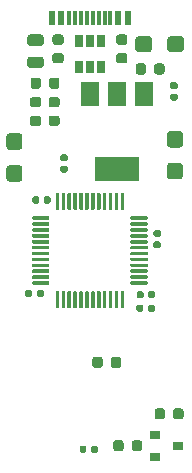
<source format=gbr>
%TF.GenerationSoftware,KiCad,Pcbnew,(5.1.6)-1*%
%TF.CreationDate,2021-08-28T00:22:51-07:00*%
%TF.ProjectId,Rocketboard-Engine,526f636b-6574-4626-9f61-72642d456e67,1.0*%
%TF.SameCoordinates,Original*%
%TF.FileFunction,Paste,Top*%
%TF.FilePolarity,Positive*%
%FSLAX46Y46*%
G04 Gerber Fmt 4.6, Leading zero omitted, Abs format (unit mm)*
G04 Created by KiCad (PCBNEW (5.1.6)-1) date 2021-08-28 00:22:51*
%MOMM*%
%LPD*%
G01*
G04 APERTURE LIST*
%ADD10R,1.500000X2.000000*%
%ADD11R,3.800000X2.000000*%
%ADD12R,0.650000X1.060000*%
%ADD13R,0.900000X0.800000*%
%ADD14R,0.600000X1.160000*%
%ADD15R,0.300000X1.160000*%
G04 APERTURE END LIST*
%TO.C,IC1*%
G36*
G01*
X137500000Y-101875000D02*
X137500000Y-103200000D01*
G75*
G02*
X137425000Y-103275000I-75000J0D01*
G01*
X137275000Y-103275000D01*
G75*
G02*
X137200000Y-103200000I0J75000D01*
G01*
X137200000Y-101875000D01*
G75*
G02*
X137275000Y-101800000I75000J0D01*
G01*
X137425000Y-101800000D01*
G75*
G02*
X137500000Y-101875000I0J-75000D01*
G01*
G37*
G36*
G01*
X137000000Y-101875000D02*
X137000000Y-103200000D01*
G75*
G02*
X136925000Y-103275000I-75000J0D01*
G01*
X136775000Y-103275000D01*
G75*
G02*
X136700000Y-103200000I0J75000D01*
G01*
X136700000Y-101875000D01*
G75*
G02*
X136775000Y-101800000I75000J0D01*
G01*
X136925000Y-101800000D01*
G75*
G02*
X137000000Y-101875000I0J-75000D01*
G01*
G37*
G36*
G01*
X136500000Y-101875000D02*
X136500000Y-103200000D01*
G75*
G02*
X136425000Y-103275000I-75000J0D01*
G01*
X136275000Y-103275000D01*
G75*
G02*
X136200000Y-103200000I0J75000D01*
G01*
X136200000Y-101875000D01*
G75*
G02*
X136275000Y-101800000I75000J0D01*
G01*
X136425000Y-101800000D01*
G75*
G02*
X136500000Y-101875000I0J-75000D01*
G01*
G37*
G36*
G01*
X136000000Y-101875000D02*
X136000000Y-103200000D01*
G75*
G02*
X135925000Y-103275000I-75000J0D01*
G01*
X135775000Y-103275000D01*
G75*
G02*
X135700000Y-103200000I0J75000D01*
G01*
X135700000Y-101875000D01*
G75*
G02*
X135775000Y-101800000I75000J0D01*
G01*
X135925000Y-101800000D01*
G75*
G02*
X136000000Y-101875000I0J-75000D01*
G01*
G37*
G36*
G01*
X135500000Y-101875000D02*
X135500000Y-103200000D01*
G75*
G02*
X135425000Y-103275000I-75000J0D01*
G01*
X135275000Y-103275000D01*
G75*
G02*
X135200000Y-103200000I0J75000D01*
G01*
X135200000Y-101875000D01*
G75*
G02*
X135275000Y-101800000I75000J0D01*
G01*
X135425000Y-101800000D01*
G75*
G02*
X135500000Y-101875000I0J-75000D01*
G01*
G37*
G36*
G01*
X135000000Y-101875000D02*
X135000000Y-103200000D01*
G75*
G02*
X134925000Y-103275000I-75000J0D01*
G01*
X134775000Y-103275000D01*
G75*
G02*
X134700000Y-103200000I0J75000D01*
G01*
X134700000Y-101875000D01*
G75*
G02*
X134775000Y-101800000I75000J0D01*
G01*
X134925000Y-101800000D01*
G75*
G02*
X135000000Y-101875000I0J-75000D01*
G01*
G37*
G36*
G01*
X134500000Y-101875000D02*
X134500000Y-103200000D01*
G75*
G02*
X134425000Y-103275000I-75000J0D01*
G01*
X134275000Y-103275000D01*
G75*
G02*
X134200000Y-103200000I0J75000D01*
G01*
X134200000Y-101875000D01*
G75*
G02*
X134275000Y-101800000I75000J0D01*
G01*
X134425000Y-101800000D01*
G75*
G02*
X134500000Y-101875000I0J-75000D01*
G01*
G37*
G36*
G01*
X134000000Y-101875000D02*
X134000000Y-103200000D01*
G75*
G02*
X133925000Y-103275000I-75000J0D01*
G01*
X133775000Y-103275000D01*
G75*
G02*
X133700000Y-103200000I0J75000D01*
G01*
X133700000Y-101875000D01*
G75*
G02*
X133775000Y-101800000I75000J0D01*
G01*
X133925000Y-101800000D01*
G75*
G02*
X134000000Y-101875000I0J-75000D01*
G01*
G37*
G36*
G01*
X133500000Y-101875000D02*
X133500000Y-103200000D01*
G75*
G02*
X133425000Y-103275000I-75000J0D01*
G01*
X133275000Y-103275000D01*
G75*
G02*
X133200000Y-103200000I0J75000D01*
G01*
X133200000Y-101875000D01*
G75*
G02*
X133275000Y-101800000I75000J0D01*
G01*
X133425000Y-101800000D01*
G75*
G02*
X133500000Y-101875000I0J-75000D01*
G01*
G37*
G36*
G01*
X133000000Y-101875000D02*
X133000000Y-103200000D01*
G75*
G02*
X132925000Y-103275000I-75000J0D01*
G01*
X132775000Y-103275000D01*
G75*
G02*
X132700000Y-103200000I0J75000D01*
G01*
X132700000Y-101875000D01*
G75*
G02*
X132775000Y-101800000I75000J0D01*
G01*
X132925000Y-101800000D01*
G75*
G02*
X133000000Y-101875000I0J-75000D01*
G01*
G37*
G36*
G01*
X132500000Y-101875000D02*
X132500000Y-103200000D01*
G75*
G02*
X132425000Y-103275000I-75000J0D01*
G01*
X132275000Y-103275000D01*
G75*
G02*
X132200000Y-103200000I0J75000D01*
G01*
X132200000Y-101875000D01*
G75*
G02*
X132275000Y-101800000I75000J0D01*
G01*
X132425000Y-101800000D01*
G75*
G02*
X132500000Y-101875000I0J-75000D01*
G01*
G37*
G36*
G01*
X132000000Y-101875000D02*
X132000000Y-103200000D01*
G75*
G02*
X131925000Y-103275000I-75000J0D01*
G01*
X131775000Y-103275000D01*
G75*
G02*
X131700000Y-103200000I0J75000D01*
G01*
X131700000Y-101875000D01*
G75*
G02*
X131775000Y-101800000I75000J0D01*
G01*
X131925000Y-101800000D01*
G75*
G02*
X132000000Y-101875000I0J-75000D01*
G01*
G37*
G36*
G01*
X131175000Y-101050000D02*
X131175000Y-101200000D01*
G75*
G02*
X131100000Y-101275000I-75000J0D01*
G01*
X129775000Y-101275000D01*
G75*
G02*
X129700000Y-101200000I0J75000D01*
G01*
X129700000Y-101050000D01*
G75*
G02*
X129775000Y-100975000I75000J0D01*
G01*
X131100000Y-100975000D01*
G75*
G02*
X131175000Y-101050000I0J-75000D01*
G01*
G37*
G36*
G01*
X131175000Y-100550000D02*
X131175000Y-100700000D01*
G75*
G02*
X131100000Y-100775000I-75000J0D01*
G01*
X129775000Y-100775000D01*
G75*
G02*
X129700000Y-100700000I0J75000D01*
G01*
X129700000Y-100550000D01*
G75*
G02*
X129775000Y-100475000I75000J0D01*
G01*
X131100000Y-100475000D01*
G75*
G02*
X131175000Y-100550000I0J-75000D01*
G01*
G37*
G36*
G01*
X131175000Y-100050000D02*
X131175000Y-100200000D01*
G75*
G02*
X131100000Y-100275000I-75000J0D01*
G01*
X129775000Y-100275000D01*
G75*
G02*
X129700000Y-100200000I0J75000D01*
G01*
X129700000Y-100050000D01*
G75*
G02*
X129775000Y-99975000I75000J0D01*
G01*
X131100000Y-99975000D01*
G75*
G02*
X131175000Y-100050000I0J-75000D01*
G01*
G37*
G36*
G01*
X131175000Y-99550000D02*
X131175000Y-99700000D01*
G75*
G02*
X131100000Y-99775000I-75000J0D01*
G01*
X129775000Y-99775000D01*
G75*
G02*
X129700000Y-99700000I0J75000D01*
G01*
X129700000Y-99550000D01*
G75*
G02*
X129775000Y-99475000I75000J0D01*
G01*
X131100000Y-99475000D01*
G75*
G02*
X131175000Y-99550000I0J-75000D01*
G01*
G37*
G36*
G01*
X131175000Y-99050000D02*
X131175000Y-99200000D01*
G75*
G02*
X131100000Y-99275000I-75000J0D01*
G01*
X129775000Y-99275000D01*
G75*
G02*
X129700000Y-99200000I0J75000D01*
G01*
X129700000Y-99050000D01*
G75*
G02*
X129775000Y-98975000I75000J0D01*
G01*
X131100000Y-98975000D01*
G75*
G02*
X131175000Y-99050000I0J-75000D01*
G01*
G37*
G36*
G01*
X131175000Y-98550000D02*
X131175000Y-98700000D01*
G75*
G02*
X131100000Y-98775000I-75000J0D01*
G01*
X129775000Y-98775000D01*
G75*
G02*
X129700000Y-98700000I0J75000D01*
G01*
X129700000Y-98550000D01*
G75*
G02*
X129775000Y-98475000I75000J0D01*
G01*
X131100000Y-98475000D01*
G75*
G02*
X131175000Y-98550000I0J-75000D01*
G01*
G37*
G36*
G01*
X131175000Y-98050000D02*
X131175000Y-98200000D01*
G75*
G02*
X131100000Y-98275000I-75000J0D01*
G01*
X129775000Y-98275000D01*
G75*
G02*
X129700000Y-98200000I0J75000D01*
G01*
X129700000Y-98050000D01*
G75*
G02*
X129775000Y-97975000I75000J0D01*
G01*
X131100000Y-97975000D01*
G75*
G02*
X131175000Y-98050000I0J-75000D01*
G01*
G37*
G36*
G01*
X131175000Y-97550000D02*
X131175000Y-97700000D01*
G75*
G02*
X131100000Y-97775000I-75000J0D01*
G01*
X129775000Y-97775000D01*
G75*
G02*
X129700000Y-97700000I0J75000D01*
G01*
X129700000Y-97550000D01*
G75*
G02*
X129775000Y-97475000I75000J0D01*
G01*
X131100000Y-97475000D01*
G75*
G02*
X131175000Y-97550000I0J-75000D01*
G01*
G37*
G36*
G01*
X131175000Y-97050000D02*
X131175000Y-97200000D01*
G75*
G02*
X131100000Y-97275000I-75000J0D01*
G01*
X129775000Y-97275000D01*
G75*
G02*
X129700000Y-97200000I0J75000D01*
G01*
X129700000Y-97050000D01*
G75*
G02*
X129775000Y-96975000I75000J0D01*
G01*
X131100000Y-96975000D01*
G75*
G02*
X131175000Y-97050000I0J-75000D01*
G01*
G37*
G36*
G01*
X131175000Y-96550000D02*
X131175000Y-96700000D01*
G75*
G02*
X131100000Y-96775000I-75000J0D01*
G01*
X129775000Y-96775000D01*
G75*
G02*
X129700000Y-96700000I0J75000D01*
G01*
X129700000Y-96550000D01*
G75*
G02*
X129775000Y-96475000I75000J0D01*
G01*
X131100000Y-96475000D01*
G75*
G02*
X131175000Y-96550000I0J-75000D01*
G01*
G37*
G36*
G01*
X131175000Y-96050000D02*
X131175000Y-96200000D01*
G75*
G02*
X131100000Y-96275000I-75000J0D01*
G01*
X129775000Y-96275000D01*
G75*
G02*
X129700000Y-96200000I0J75000D01*
G01*
X129700000Y-96050000D01*
G75*
G02*
X129775000Y-95975000I75000J0D01*
G01*
X131100000Y-95975000D01*
G75*
G02*
X131175000Y-96050000I0J-75000D01*
G01*
G37*
G36*
G01*
X131175000Y-95550000D02*
X131175000Y-95700000D01*
G75*
G02*
X131100000Y-95775000I-75000J0D01*
G01*
X129775000Y-95775000D01*
G75*
G02*
X129700000Y-95700000I0J75000D01*
G01*
X129700000Y-95550000D01*
G75*
G02*
X129775000Y-95475000I75000J0D01*
G01*
X131100000Y-95475000D01*
G75*
G02*
X131175000Y-95550000I0J-75000D01*
G01*
G37*
G36*
G01*
X132000000Y-93550000D02*
X132000000Y-94875000D01*
G75*
G02*
X131925000Y-94950000I-75000J0D01*
G01*
X131775000Y-94950000D01*
G75*
G02*
X131700000Y-94875000I0J75000D01*
G01*
X131700000Y-93550000D01*
G75*
G02*
X131775000Y-93475000I75000J0D01*
G01*
X131925000Y-93475000D01*
G75*
G02*
X132000000Y-93550000I0J-75000D01*
G01*
G37*
G36*
G01*
X132500000Y-93550000D02*
X132500000Y-94875000D01*
G75*
G02*
X132425000Y-94950000I-75000J0D01*
G01*
X132275000Y-94950000D01*
G75*
G02*
X132200000Y-94875000I0J75000D01*
G01*
X132200000Y-93550000D01*
G75*
G02*
X132275000Y-93475000I75000J0D01*
G01*
X132425000Y-93475000D01*
G75*
G02*
X132500000Y-93550000I0J-75000D01*
G01*
G37*
G36*
G01*
X133000000Y-93550000D02*
X133000000Y-94875000D01*
G75*
G02*
X132925000Y-94950000I-75000J0D01*
G01*
X132775000Y-94950000D01*
G75*
G02*
X132700000Y-94875000I0J75000D01*
G01*
X132700000Y-93550000D01*
G75*
G02*
X132775000Y-93475000I75000J0D01*
G01*
X132925000Y-93475000D01*
G75*
G02*
X133000000Y-93550000I0J-75000D01*
G01*
G37*
G36*
G01*
X133500000Y-93550000D02*
X133500000Y-94875000D01*
G75*
G02*
X133425000Y-94950000I-75000J0D01*
G01*
X133275000Y-94950000D01*
G75*
G02*
X133200000Y-94875000I0J75000D01*
G01*
X133200000Y-93550000D01*
G75*
G02*
X133275000Y-93475000I75000J0D01*
G01*
X133425000Y-93475000D01*
G75*
G02*
X133500000Y-93550000I0J-75000D01*
G01*
G37*
G36*
G01*
X134000000Y-93550000D02*
X134000000Y-94875000D01*
G75*
G02*
X133925000Y-94950000I-75000J0D01*
G01*
X133775000Y-94950000D01*
G75*
G02*
X133700000Y-94875000I0J75000D01*
G01*
X133700000Y-93550000D01*
G75*
G02*
X133775000Y-93475000I75000J0D01*
G01*
X133925000Y-93475000D01*
G75*
G02*
X134000000Y-93550000I0J-75000D01*
G01*
G37*
G36*
G01*
X134500000Y-93550000D02*
X134500000Y-94875000D01*
G75*
G02*
X134425000Y-94950000I-75000J0D01*
G01*
X134275000Y-94950000D01*
G75*
G02*
X134200000Y-94875000I0J75000D01*
G01*
X134200000Y-93550000D01*
G75*
G02*
X134275000Y-93475000I75000J0D01*
G01*
X134425000Y-93475000D01*
G75*
G02*
X134500000Y-93550000I0J-75000D01*
G01*
G37*
G36*
G01*
X135000000Y-93550000D02*
X135000000Y-94875000D01*
G75*
G02*
X134925000Y-94950000I-75000J0D01*
G01*
X134775000Y-94950000D01*
G75*
G02*
X134700000Y-94875000I0J75000D01*
G01*
X134700000Y-93550000D01*
G75*
G02*
X134775000Y-93475000I75000J0D01*
G01*
X134925000Y-93475000D01*
G75*
G02*
X135000000Y-93550000I0J-75000D01*
G01*
G37*
G36*
G01*
X135500000Y-93550000D02*
X135500000Y-94875000D01*
G75*
G02*
X135425000Y-94950000I-75000J0D01*
G01*
X135275000Y-94950000D01*
G75*
G02*
X135200000Y-94875000I0J75000D01*
G01*
X135200000Y-93550000D01*
G75*
G02*
X135275000Y-93475000I75000J0D01*
G01*
X135425000Y-93475000D01*
G75*
G02*
X135500000Y-93550000I0J-75000D01*
G01*
G37*
G36*
G01*
X136000000Y-93550000D02*
X136000000Y-94875000D01*
G75*
G02*
X135925000Y-94950000I-75000J0D01*
G01*
X135775000Y-94950000D01*
G75*
G02*
X135700000Y-94875000I0J75000D01*
G01*
X135700000Y-93550000D01*
G75*
G02*
X135775000Y-93475000I75000J0D01*
G01*
X135925000Y-93475000D01*
G75*
G02*
X136000000Y-93550000I0J-75000D01*
G01*
G37*
G36*
G01*
X136500000Y-93550000D02*
X136500000Y-94875000D01*
G75*
G02*
X136425000Y-94950000I-75000J0D01*
G01*
X136275000Y-94950000D01*
G75*
G02*
X136200000Y-94875000I0J75000D01*
G01*
X136200000Y-93550000D01*
G75*
G02*
X136275000Y-93475000I75000J0D01*
G01*
X136425000Y-93475000D01*
G75*
G02*
X136500000Y-93550000I0J-75000D01*
G01*
G37*
G36*
G01*
X137000000Y-93550000D02*
X137000000Y-94875000D01*
G75*
G02*
X136925000Y-94950000I-75000J0D01*
G01*
X136775000Y-94950000D01*
G75*
G02*
X136700000Y-94875000I0J75000D01*
G01*
X136700000Y-93550000D01*
G75*
G02*
X136775000Y-93475000I75000J0D01*
G01*
X136925000Y-93475000D01*
G75*
G02*
X137000000Y-93550000I0J-75000D01*
G01*
G37*
G36*
G01*
X137500000Y-93550000D02*
X137500000Y-94875000D01*
G75*
G02*
X137425000Y-94950000I-75000J0D01*
G01*
X137275000Y-94950000D01*
G75*
G02*
X137200000Y-94875000I0J75000D01*
G01*
X137200000Y-93550000D01*
G75*
G02*
X137275000Y-93475000I75000J0D01*
G01*
X137425000Y-93475000D01*
G75*
G02*
X137500000Y-93550000I0J-75000D01*
G01*
G37*
G36*
G01*
X139500000Y-95550000D02*
X139500000Y-95700000D01*
G75*
G02*
X139425000Y-95775000I-75000J0D01*
G01*
X138100000Y-95775000D01*
G75*
G02*
X138025000Y-95700000I0J75000D01*
G01*
X138025000Y-95550000D01*
G75*
G02*
X138100000Y-95475000I75000J0D01*
G01*
X139425000Y-95475000D01*
G75*
G02*
X139500000Y-95550000I0J-75000D01*
G01*
G37*
G36*
G01*
X139500000Y-96050000D02*
X139500000Y-96200000D01*
G75*
G02*
X139425000Y-96275000I-75000J0D01*
G01*
X138100000Y-96275000D01*
G75*
G02*
X138025000Y-96200000I0J75000D01*
G01*
X138025000Y-96050000D01*
G75*
G02*
X138100000Y-95975000I75000J0D01*
G01*
X139425000Y-95975000D01*
G75*
G02*
X139500000Y-96050000I0J-75000D01*
G01*
G37*
G36*
G01*
X139500000Y-96550000D02*
X139500000Y-96700000D01*
G75*
G02*
X139425000Y-96775000I-75000J0D01*
G01*
X138100000Y-96775000D01*
G75*
G02*
X138025000Y-96700000I0J75000D01*
G01*
X138025000Y-96550000D01*
G75*
G02*
X138100000Y-96475000I75000J0D01*
G01*
X139425000Y-96475000D01*
G75*
G02*
X139500000Y-96550000I0J-75000D01*
G01*
G37*
G36*
G01*
X139500000Y-97050000D02*
X139500000Y-97200000D01*
G75*
G02*
X139425000Y-97275000I-75000J0D01*
G01*
X138100000Y-97275000D01*
G75*
G02*
X138025000Y-97200000I0J75000D01*
G01*
X138025000Y-97050000D01*
G75*
G02*
X138100000Y-96975000I75000J0D01*
G01*
X139425000Y-96975000D01*
G75*
G02*
X139500000Y-97050000I0J-75000D01*
G01*
G37*
G36*
G01*
X139500000Y-97550000D02*
X139500000Y-97700000D01*
G75*
G02*
X139425000Y-97775000I-75000J0D01*
G01*
X138100000Y-97775000D01*
G75*
G02*
X138025000Y-97700000I0J75000D01*
G01*
X138025000Y-97550000D01*
G75*
G02*
X138100000Y-97475000I75000J0D01*
G01*
X139425000Y-97475000D01*
G75*
G02*
X139500000Y-97550000I0J-75000D01*
G01*
G37*
G36*
G01*
X139500000Y-98050000D02*
X139500000Y-98200000D01*
G75*
G02*
X139425000Y-98275000I-75000J0D01*
G01*
X138100000Y-98275000D01*
G75*
G02*
X138025000Y-98200000I0J75000D01*
G01*
X138025000Y-98050000D01*
G75*
G02*
X138100000Y-97975000I75000J0D01*
G01*
X139425000Y-97975000D01*
G75*
G02*
X139500000Y-98050000I0J-75000D01*
G01*
G37*
G36*
G01*
X139500000Y-98550000D02*
X139500000Y-98700000D01*
G75*
G02*
X139425000Y-98775000I-75000J0D01*
G01*
X138100000Y-98775000D01*
G75*
G02*
X138025000Y-98700000I0J75000D01*
G01*
X138025000Y-98550000D01*
G75*
G02*
X138100000Y-98475000I75000J0D01*
G01*
X139425000Y-98475000D01*
G75*
G02*
X139500000Y-98550000I0J-75000D01*
G01*
G37*
G36*
G01*
X139500000Y-99050000D02*
X139500000Y-99200000D01*
G75*
G02*
X139425000Y-99275000I-75000J0D01*
G01*
X138100000Y-99275000D01*
G75*
G02*
X138025000Y-99200000I0J75000D01*
G01*
X138025000Y-99050000D01*
G75*
G02*
X138100000Y-98975000I75000J0D01*
G01*
X139425000Y-98975000D01*
G75*
G02*
X139500000Y-99050000I0J-75000D01*
G01*
G37*
G36*
G01*
X139500000Y-99550000D02*
X139500000Y-99700000D01*
G75*
G02*
X139425000Y-99775000I-75000J0D01*
G01*
X138100000Y-99775000D01*
G75*
G02*
X138025000Y-99700000I0J75000D01*
G01*
X138025000Y-99550000D01*
G75*
G02*
X138100000Y-99475000I75000J0D01*
G01*
X139425000Y-99475000D01*
G75*
G02*
X139500000Y-99550000I0J-75000D01*
G01*
G37*
G36*
G01*
X139500000Y-100050000D02*
X139500000Y-100200000D01*
G75*
G02*
X139425000Y-100275000I-75000J0D01*
G01*
X138100000Y-100275000D01*
G75*
G02*
X138025000Y-100200000I0J75000D01*
G01*
X138025000Y-100050000D01*
G75*
G02*
X138100000Y-99975000I75000J0D01*
G01*
X139425000Y-99975000D01*
G75*
G02*
X139500000Y-100050000I0J-75000D01*
G01*
G37*
G36*
G01*
X139500000Y-100550000D02*
X139500000Y-100700000D01*
G75*
G02*
X139425000Y-100775000I-75000J0D01*
G01*
X138100000Y-100775000D01*
G75*
G02*
X138025000Y-100700000I0J75000D01*
G01*
X138025000Y-100550000D01*
G75*
G02*
X138100000Y-100475000I75000J0D01*
G01*
X139425000Y-100475000D01*
G75*
G02*
X139500000Y-100550000I0J-75000D01*
G01*
G37*
G36*
G01*
X139500000Y-101050000D02*
X139500000Y-101200000D01*
G75*
G02*
X139425000Y-101275000I-75000J0D01*
G01*
X138100000Y-101275000D01*
G75*
G02*
X138025000Y-101200000I0J75000D01*
G01*
X138025000Y-101050000D01*
G75*
G02*
X138100000Y-100975000I75000J0D01*
G01*
X139425000Y-100975000D01*
G75*
G02*
X139500000Y-101050000I0J-75000D01*
G01*
G37*
%TD*%
D10*
%TO.C,U2*%
X139200000Y-85150000D03*
X134600000Y-85150000D03*
X136900000Y-85150000D03*
D11*
X136900000Y-91450000D03*
%TD*%
D12*
%TO.C,U1*%
X134600000Y-82850000D03*
X135550000Y-82850000D03*
X133650000Y-82850000D03*
X133650000Y-80650000D03*
X134600000Y-80650000D03*
X135550000Y-80650000D03*
%TD*%
%TO.C,R8*%
G36*
G01*
X140950000Y-111943750D02*
X140950000Y-112456250D01*
G75*
G02*
X140731250Y-112675000I-218750J0D01*
G01*
X140293750Y-112675000D01*
G75*
G02*
X140075000Y-112456250I0J218750D01*
G01*
X140075000Y-111943750D01*
G75*
G02*
X140293750Y-111725000I218750J0D01*
G01*
X140731250Y-111725000D01*
G75*
G02*
X140950000Y-111943750I0J-218750D01*
G01*
G37*
G36*
G01*
X142525000Y-111943750D02*
X142525000Y-112456250D01*
G75*
G02*
X142306250Y-112675000I-218750J0D01*
G01*
X141868750Y-112675000D01*
G75*
G02*
X141650000Y-112456250I0J218750D01*
G01*
X141650000Y-111943750D01*
G75*
G02*
X141868750Y-111725000I218750J0D01*
G01*
X142306250Y-111725000D01*
G75*
G02*
X142525000Y-111943750I0J-218750D01*
G01*
G37*
%TD*%
%TO.C,R7*%
G36*
G01*
X138150000Y-115156250D02*
X138150000Y-114643750D01*
G75*
G02*
X138368750Y-114425000I218750J0D01*
G01*
X138806250Y-114425000D01*
G75*
G02*
X139025000Y-114643750I0J-218750D01*
G01*
X139025000Y-115156250D01*
G75*
G02*
X138806250Y-115375000I-218750J0D01*
G01*
X138368750Y-115375000D01*
G75*
G02*
X138150000Y-115156250I0J218750D01*
G01*
G37*
G36*
G01*
X136575000Y-115156250D02*
X136575000Y-114643750D01*
G75*
G02*
X136793750Y-114425000I218750J0D01*
G01*
X137231250Y-114425000D01*
G75*
G02*
X137450000Y-114643750I0J-218750D01*
G01*
X137450000Y-115156250D01*
G75*
G02*
X137231250Y-115375000I-218750J0D01*
G01*
X136793750Y-115375000D01*
G75*
G02*
X136575000Y-115156250I0J218750D01*
G01*
G37*
%TD*%
%TO.C,R6*%
G36*
G01*
X130256250Y-86252500D02*
X129743750Y-86252500D01*
G75*
G02*
X129525000Y-86033750I0J218750D01*
G01*
X129525000Y-85596250D01*
G75*
G02*
X129743750Y-85377500I218750J0D01*
G01*
X130256250Y-85377500D01*
G75*
G02*
X130475000Y-85596250I0J-218750D01*
G01*
X130475000Y-86033750D01*
G75*
G02*
X130256250Y-86252500I-218750J0D01*
G01*
G37*
G36*
G01*
X130256250Y-87827500D02*
X129743750Y-87827500D01*
G75*
G02*
X129525000Y-87608750I0J218750D01*
G01*
X129525000Y-87171250D01*
G75*
G02*
X129743750Y-86952500I218750J0D01*
G01*
X130256250Y-86952500D01*
G75*
G02*
X130475000Y-87171250I0J-218750D01*
G01*
X130475000Y-87608750D01*
G75*
G02*
X130256250Y-87827500I-218750J0D01*
G01*
G37*
%TD*%
%TO.C,R5*%
G36*
G01*
X131826250Y-86252500D02*
X131313750Y-86252500D01*
G75*
G02*
X131095000Y-86033750I0J218750D01*
G01*
X131095000Y-85596250D01*
G75*
G02*
X131313750Y-85377500I218750J0D01*
G01*
X131826250Y-85377500D01*
G75*
G02*
X132045000Y-85596250I0J-218750D01*
G01*
X132045000Y-86033750D01*
G75*
G02*
X131826250Y-86252500I-218750J0D01*
G01*
G37*
G36*
G01*
X131826250Y-87827500D02*
X131313750Y-87827500D01*
G75*
G02*
X131095000Y-87608750I0J218750D01*
G01*
X131095000Y-87171250D01*
G75*
G02*
X131313750Y-86952500I218750J0D01*
G01*
X131826250Y-86952500D01*
G75*
G02*
X132045000Y-87171250I0J-218750D01*
G01*
X132045000Y-87608750D01*
G75*
G02*
X131826250Y-87827500I-218750J0D01*
G01*
G37*
%TD*%
%TO.C,R4*%
G36*
G01*
X130450000Y-83943750D02*
X130450000Y-84456250D01*
G75*
G02*
X130231250Y-84675000I-218750J0D01*
G01*
X129793750Y-84675000D01*
G75*
G02*
X129575000Y-84456250I0J218750D01*
G01*
X129575000Y-83943750D01*
G75*
G02*
X129793750Y-83725000I218750J0D01*
G01*
X130231250Y-83725000D01*
G75*
G02*
X130450000Y-83943750I0J-218750D01*
G01*
G37*
G36*
G01*
X132025000Y-83943750D02*
X132025000Y-84456250D01*
G75*
G02*
X131806250Y-84675000I-218750J0D01*
G01*
X131368750Y-84675000D01*
G75*
G02*
X131150000Y-84456250I0J218750D01*
G01*
X131150000Y-83943750D01*
G75*
G02*
X131368750Y-83725000I218750J0D01*
G01*
X131806250Y-83725000D01*
G75*
G02*
X132025000Y-83943750I0J-218750D01*
G01*
G37*
%TD*%
%TO.C,R3*%
G36*
G01*
X131643750Y-81650000D02*
X132156250Y-81650000D01*
G75*
G02*
X132375000Y-81868750I0J-218750D01*
G01*
X132375000Y-82306250D01*
G75*
G02*
X132156250Y-82525000I-218750J0D01*
G01*
X131643750Y-82525000D01*
G75*
G02*
X131425000Y-82306250I0J218750D01*
G01*
X131425000Y-81868750D01*
G75*
G02*
X131643750Y-81650000I218750J0D01*
G01*
G37*
G36*
G01*
X131643750Y-80075000D02*
X132156250Y-80075000D01*
G75*
G02*
X132375000Y-80293750I0J-218750D01*
G01*
X132375000Y-80731250D01*
G75*
G02*
X132156250Y-80950000I-218750J0D01*
G01*
X131643750Y-80950000D01*
G75*
G02*
X131425000Y-80731250I0J218750D01*
G01*
X131425000Y-80293750D01*
G75*
G02*
X131643750Y-80075000I218750J0D01*
G01*
G37*
%TD*%
%TO.C,R2*%
G36*
G01*
X137556250Y-80950000D02*
X137043750Y-80950000D01*
G75*
G02*
X136825000Y-80731250I0J218750D01*
G01*
X136825000Y-80293750D01*
G75*
G02*
X137043750Y-80075000I218750J0D01*
G01*
X137556250Y-80075000D01*
G75*
G02*
X137775000Y-80293750I0J-218750D01*
G01*
X137775000Y-80731250D01*
G75*
G02*
X137556250Y-80950000I-218750J0D01*
G01*
G37*
G36*
G01*
X137556250Y-82525000D02*
X137043750Y-82525000D01*
G75*
G02*
X136825000Y-82306250I0J218750D01*
G01*
X136825000Y-81868750D01*
G75*
G02*
X137043750Y-81650000I218750J0D01*
G01*
X137556250Y-81650000D01*
G75*
G02*
X137775000Y-81868750I0J-218750D01*
G01*
X137775000Y-82306250D01*
G75*
G02*
X137556250Y-82525000I-218750J0D01*
G01*
G37*
%TD*%
%TO.C,R1*%
G36*
G01*
X136370000Y-108096250D02*
X136370000Y-107583750D01*
G75*
G02*
X136588750Y-107365000I218750J0D01*
G01*
X137026250Y-107365000D01*
G75*
G02*
X137245000Y-107583750I0J-218750D01*
G01*
X137245000Y-108096250D01*
G75*
G02*
X137026250Y-108315000I-218750J0D01*
G01*
X136588750Y-108315000D01*
G75*
G02*
X136370000Y-108096250I0J218750D01*
G01*
G37*
G36*
G01*
X134795000Y-108096250D02*
X134795000Y-107583750D01*
G75*
G02*
X135013750Y-107365000I218750J0D01*
G01*
X135451250Y-107365000D01*
G75*
G02*
X135670000Y-107583750I0J-218750D01*
G01*
X135670000Y-108096250D01*
G75*
G02*
X135451250Y-108315000I-218750J0D01*
G01*
X135013750Y-108315000D01*
G75*
G02*
X134795000Y-108096250I0J218750D01*
G01*
G37*
%TD*%
D13*
%TO.C,Q1*%
X142100000Y-114900000D03*
X140100000Y-115850000D03*
X140100000Y-113950000D03*
%TD*%
D14*
%TO.C,J2*%
X131390000Y-78650000D03*
X132190000Y-78650000D03*
X131390000Y-78650000D03*
X132190000Y-78650000D03*
X137790000Y-78650000D03*
X137790000Y-78650000D03*
X136990000Y-78650000D03*
X136990000Y-78650000D03*
D15*
X132840000Y-78650000D03*
X133840000Y-78650000D03*
X133340000Y-78650000D03*
X135840000Y-78650000D03*
X136340000Y-78650000D03*
X134340000Y-78650000D03*
X134840000Y-78650000D03*
X135340000Y-78650000D03*
%TD*%
%TO.C,F1*%
G36*
G01*
X130456250Y-81050000D02*
X129543750Y-81050000D01*
G75*
G02*
X129300000Y-80806250I0J243750D01*
G01*
X129300000Y-80318750D01*
G75*
G02*
X129543750Y-80075000I243750J0D01*
G01*
X130456250Y-80075000D01*
G75*
G02*
X130700000Y-80318750I0J-243750D01*
G01*
X130700000Y-80806250D01*
G75*
G02*
X130456250Y-81050000I-243750J0D01*
G01*
G37*
G36*
G01*
X130456250Y-82925000D02*
X129543750Y-82925000D01*
G75*
G02*
X129300000Y-82681250I0J243750D01*
G01*
X129300000Y-82193750D01*
G75*
G02*
X129543750Y-81950000I243750J0D01*
G01*
X130456250Y-81950000D01*
G75*
G02*
X130700000Y-82193750I0J-243750D01*
G01*
X130700000Y-82681250D01*
G75*
G02*
X130456250Y-82925000I-243750J0D01*
G01*
G37*
%TD*%
%TO.C,C12*%
G36*
G01*
X127774999Y-91150000D02*
X128625001Y-91150000D01*
G75*
G02*
X128875000Y-91399999I0J-249999D01*
G01*
X128875000Y-92300001D01*
G75*
G02*
X128625001Y-92550000I-249999J0D01*
G01*
X127774999Y-92550000D01*
G75*
G02*
X127525000Y-92300001I0J249999D01*
G01*
X127525000Y-91399999D01*
G75*
G02*
X127774999Y-91150000I249999J0D01*
G01*
G37*
G36*
G01*
X127774999Y-88450000D02*
X128625001Y-88450000D01*
G75*
G02*
X128875000Y-88699999I0J-249999D01*
G01*
X128875000Y-89600001D01*
G75*
G02*
X128625001Y-89850000I-249999J0D01*
G01*
X127774999Y-89850000D01*
G75*
G02*
X127525000Y-89600001I0J249999D01*
G01*
X127525000Y-88699999D01*
G75*
G02*
X127774999Y-88450000I249999J0D01*
G01*
G37*
%TD*%
%TO.C,C11*%
G36*
G01*
X139505000Y-103432500D02*
X139505000Y-103087500D01*
G75*
G02*
X139652500Y-102940000I147500J0D01*
G01*
X139947500Y-102940000D01*
G75*
G02*
X140095000Y-103087500I0J-147500D01*
G01*
X140095000Y-103432500D01*
G75*
G02*
X139947500Y-103580000I-147500J0D01*
G01*
X139652500Y-103580000D01*
G75*
G02*
X139505000Y-103432500I0J147500D01*
G01*
G37*
G36*
G01*
X138535000Y-103432500D02*
X138535000Y-103087500D01*
G75*
G02*
X138682500Y-102940000I147500J0D01*
G01*
X138977500Y-102940000D01*
G75*
G02*
X139125000Y-103087500I0J-147500D01*
G01*
X139125000Y-103432500D01*
G75*
G02*
X138977500Y-103580000I-147500J0D01*
G01*
X138682500Y-103580000D01*
G75*
G02*
X138535000Y-103432500I0J147500D01*
G01*
G37*
%TD*%
%TO.C,C10*%
G36*
G01*
X130310000Y-93927500D02*
X130310000Y-94272500D01*
G75*
G02*
X130162500Y-94420000I-147500J0D01*
G01*
X129867500Y-94420000D01*
G75*
G02*
X129720000Y-94272500I0J147500D01*
G01*
X129720000Y-93927500D01*
G75*
G02*
X129867500Y-93780000I147500J0D01*
G01*
X130162500Y-93780000D01*
G75*
G02*
X130310000Y-93927500I0J-147500D01*
G01*
G37*
G36*
G01*
X131280000Y-93927500D02*
X131280000Y-94272500D01*
G75*
G02*
X131132500Y-94420000I-147500J0D01*
G01*
X130837500Y-94420000D01*
G75*
G02*
X130690000Y-94272500I0J147500D01*
G01*
X130690000Y-93927500D01*
G75*
G02*
X130837500Y-93780000I147500J0D01*
G01*
X131132500Y-93780000D01*
G75*
G02*
X131280000Y-93927500I0J-147500D01*
G01*
G37*
%TD*%
%TO.C,C9*%
G36*
G01*
X140127500Y-97590000D02*
X140472500Y-97590000D01*
G75*
G02*
X140620000Y-97737500I0J-147500D01*
G01*
X140620000Y-98032500D01*
G75*
G02*
X140472500Y-98180000I-147500J0D01*
G01*
X140127500Y-98180000D01*
G75*
G02*
X139980000Y-98032500I0J147500D01*
G01*
X139980000Y-97737500D01*
G75*
G02*
X140127500Y-97590000I147500J0D01*
G01*
G37*
G36*
G01*
X140127500Y-96620000D02*
X140472500Y-96620000D01*
G75*
G02*
X140620000Y-96767500I0J-147500D01*
G01*
X140620000Y-97062500D01*
G75*
G02*
X140472500Y-97210000I-147500J0D01*
G01*
X140127500Y-97210000D01*
G75*
G02*
X139980000Y-97062500I0J147500D01*
G01*
X139980000Y-96767500D01*
G75*
G02*
X140127500Y-96620000I147500J0D01*
G01*
G37*
%TD*%
%TO.C,C8*%
G36*
G01*
X129710000Y-101827500D02*
X129710000Y-102172500D01*
G75*
G02*
X129562500Y-102320000I-147500J0D01*
G01*
X129267500Y-102320000D01*
G75*
G02*
X129120000Y-102172500I0J147500D01*
G01*
X129120000Y-101827500D01*
G75*
G02*
X129267500Y-101680000I147500J0D01*
G01*
X129562500Y-101680000D01*
G75*
G02*
X129710000Y-101827500I0J-147500D01*
G01*
G37*
G36*
G01*
X130680000Y-101827500D02*
X130680000Y-102172500D01*
G75*
G02*
X130532500Y-102320000I-147500J0D01*
G01*
X130237500Y-102320000D01*
G75*
G02*
X130090000Y-102172500I0J147500D01*
G01*
X130090000Y-101827500D01*
G75*
G02*
X130237500Y-101680000I147500J0D01*
G01*
X130532500Y-101680000D01*
G75*
G02*
X130680000Y-101827500I0J-147500D01*
G01*
G37*
%TD*%
%TO.C,C7*%
G36*
G01*
X139520000Y-102282500D02*
X139520000Y-101937500D01*
G75*
G02*
X139667500Y-101790000I147500J0D01*
G01*
X139962500Y-101790000D01*
G75*
G02*
X140110000Y-101937500I0J-147500D01*
G01*
X140110000Y-102282500D01*
G75*
G02*
X139962500Y-102430000I-147500J0D01*
G01*
X139667500Y-102430000D01*
G75*
G02*
X139520000Y-102282500I0J147500D01*
G01*
G37*
G36*
G01*
X138550000Y-102282500D02*
X138550000Y-101937500D01*
G75*
G02*
X138697500Y-101790000I147500J0D01*
G01*
X138992500Y-101790000D01*
G75*
G02*
X139140000Y-101937500I0J-147500D01*
G01*
X139140000Y-102282500D01*
G75*
G02*
X138992500Y-102430000I-147500J0D01*
G01*
X138697500Y-102430000D01*
G75*
G02*
X138550000Y-102282500I0J147500D01*
G01*
G37*
%TD*%
%TO.C,C6*%
G36*
G01*
X142225001Y-89650000D02*
X141374999Y-89650000D01*
G75*
G02*
X141125000Y-89400001I0J249999D01*
G01*
X141125000Y-88499999D01*
G75*
G02*
X141374999Y-88250000I249999J0D01*
G01*
X142225001Y-88250000D01*
G75*
G02*
X142475000Y-88499999I0J-249999D01*
G01*
X142475000Y-89400001D01*
G75*
G02*
X142225001Y-89650000I-249999J0D01*
G01*
G37*
G36*
G01*
X142225001Y-92350000D02*
X141374999Y-92350000D01*
G75*
G02*
X141125000Y-92100001I0J249999D01*
G01*
X141125000Y-91199999D01*
G75*
G02*
X141374999Y-90950000I249999J0D01*
G01*
X142225001Y-90950000D01*
G75*
G02*
X142475000Y-91199999I0J-249999D01*
G01*
X142475000Y-92100001D01*
G75*
G02*
X142225001Y-92350000I-249999J0D01*
G01*
G37*
%TD*%
%TO.C,C5*%
G36*
G01*
X132227500Y-91190000D02*
X132572500Y-91190000D01*
G75*
G02*
X132720000Y-91337500I0J-147500D01*
G01*
X132720000Y-91632500D01*
G75*
G02*
X132572500Y-91780000I-147500J0D01*
G01*
X132227500Y-91780000D01*
G75*
G02*
X132080000Y-91632500I0J147500D01*
G01*
X132080000Y-91337500D01*
G75*
G02*
X132227500Y-91190000I147500J0D01*
G01*
G37*
G36*
G01*
X132227500Y-90220000D02*
X132572500Y-90220000D01*
G75*
G02*
X132720000Y-90367500I0J-147500D01*
G01*
X132720000Y-90662500D01*
G75*
G02*
X132572500Y-90810000I-147500J0D01*
G01*
X132227500Y-90810000D01*
G75*
G02*
X132080000Y-90662500I0J147500D01*
G01*
X132080000Y-90367500D01*
G75*
G02*
X132227500Y-90220000I147500J0D01*
G01*
G37*
%TD*%
%TO.C,C4*%
G36*
G01*
X141527500Y-85090000D02*
X141872500Y-85090000D01*
G75*
G02*
X142020000Y-85237500I0J-147500D01*
G01*
X142020000Y-85532500D01*
G75*
G02*
X141872500Y-85680000I-147500J0D01*
G01*
X141527500Y-85680000D01*
G75*
G02*
X141380000Y-85532500I0J147500D01*
G01*
X141380000Y-85237500D01*
G75*
G02*
X141527500Y-85090000I147500J0D01*
G01*
G37*
G36*
G01*
X141527500Y-84120000D02*
X141872500Y-84120000D01*
G75*
G02*
X142020000Y-84267500I0J-147500D01*
G01*
X142020000Y-84562500D01*
G75*
G02*
X141872500Y-84710000I-147500J0D01*
G01*
X141527500Y-84710000D01*
G75*
G02*
X141380000Y-84562500I0J147500D01*
G01*
X141380000Y-84267500D01*
G75*
G02*
X141527500Y-84120000I147500J0D01*
G01*
G37*
%TD*%
%TO.C,C3*%
G36*
G01*
X140050000Y-83256250D02*
X140050000Y-82743750D01*
G75*
G02*
X140268750Y-82525000I218750J0D01*
G01*
X140706250Y-82525000D01*
G75*
G02*
X140925000Y-82743750I0J-218750D01*
G01*
X140925000Y-83256250D01*
G75*
G02*
X140706250Y-83475000I-218750J0D01*
G01*
X140268750Y-83475000D01*
G75*
G02*
X140050000Y-83256250I0J218750D01*
G01*
G37*
G36*
G01*
X138475000Y-83256250D02*
X138475000Y-82743750D01*
G75*
G02*
X138693750Y-82525000I218750J0D01*
G01*
X139131250Y-82525000D01*
G75*
G02*
X139350000Y-82743750I0J-218750D01*
G01*
X139350000Y-83256250D01*
G75*
G02*
X139131250Y-83475000I-218750J0D01*
G01*
X138693750Y-83475000D01*
G75*
G02*
X138475000Y-83256250I0J218750D01*
G01*
G37*
%TD*%
%TO.C,C2*%
G36*
G01*
X141150000Y-81325001D02*
X141150000Y-80474999D01*
G75*
G02*
X141399999Y-80225000I249999J0D01*
G01*
X142300001Y-80225000D01*
G75*
G02*
X142550000Y-80474999I0J-249999D01*
G01*
X142550000Y-81325001D01*
G75*
G02*
X142300001Y-81575000I-249999J0D01*
G01*
X141399999Y-81575000D01*
G75*
G02*
X141150000Y-81325001I0J249999D01*
G01*
G37*
G36*
G01*
X138450000Y-81325001D02*
X138450000Y-80474999D01*
G75*
G02*
X138699999Y-80225000I249999J0D01*
G01*
X139600001Y-80225000D01*
G75*
G02*
X139850000Y-80474999I0J-249999D01*
G01*
X139850000Y-81325001D01*
G75*
G02*
X139600001Y-81575000I-249999J0D01*
G01*
X138699999Y-81575000D01*
G75*
G02*
X138450000Y-81325001I0J249999D01*
G01*
G37*
%TD*%
%TO.C,C1*%
G36*
G01*
X134310000Y-115027500D02*
X134310000Y-115372500D01*
G75*
G02*
X134162500Y-115520000I-147500J0D01*
G01*
X133867500Y-115520000D01*
G75*
G02*
X133720000Y-115372500I0J147500D01*
G01*
X133720000Y-115027500D01*
G75*
G02*
X133867500Y-114880000I147500J0D01*
G01*
X134162500Y-114880000D01*
G75*
G02*
X134310000Y-115027500I0J-147500D01*
G01*
G37*
G36*
G01*
X135280000Y-115027500D02*
X135280000Y-115372500D01*
G75*
G02*
X135132500Y-115520000I-147500J0D01*
G01*
X134837500Y-115520000D01*
G75*
G02*
X134690000Y-115372500I0J147500D01*
G01*
X134690000Y-115027500D01*
G75*
G02*
X134837500Y-114880000I147500J0D01*
G01*
X135132500Y-114880000D01*
G75*
G02*
X135280000Y-115027500I0J-147500D01*
G01*
G37*
%TD*%
M02*

</source>
